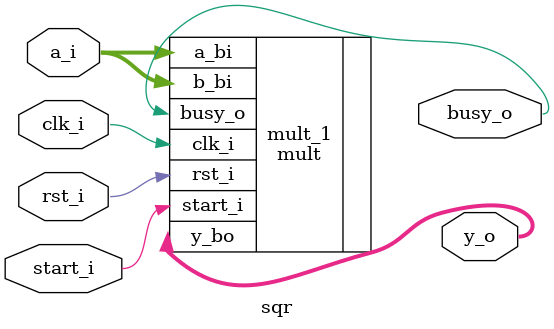
<source format=v>
module sqr(
    input clk_i,
    input rst_i,
    input start_i,
    
    input [7:0] a_i,
    
    output busy_o,
    output [15:0] y_o
    );
    
    mult mult_1(
        .clk_i(clk_i),
        .rst_i(rst_i),
        .a_bi(a_i),
        .b_bi(a_i),
        .start_i(start_i),
        .busy_o(busy_o),
        .y_bo(y_o)
   );
endmodule

</source>
